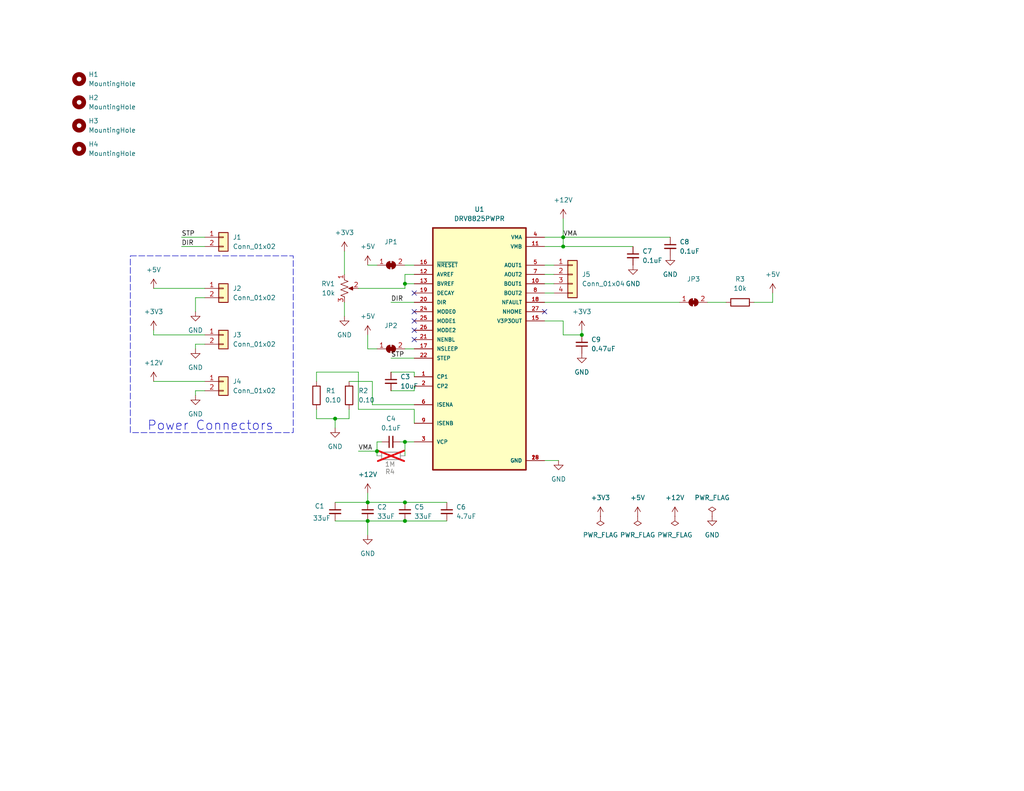
<source format=kicad_sch>
(kicad_sch (version 20231120) (generator "eeschema") (generator_version "8.0")
  (paper "USLetter")
  (title_block (title "Motor Driver") (date "2025-03-12") (rev "1.0") (company "ECE 445: Senior Capstone Project") (comment 1 "Designed By: Arash Amiri & Omkar Kulkarni"))
  (lib_symbols
    (symbol "Connector_Generic:Conn_01x02" (pin_names (offset 1.016) hide)
      (property "Reference" "J" (at 0 2.54 0))
      (property "Value" "Conn_01x02" (at 0 -5.08 0))
      (symbol "Conn_01x02_1_1"
        (rectangle (start -1.27 -2.413) (end 0 -2.667) (stroke (width 0.1524)))
        (rectangle (start -1.27 0.127) (end 0 -0.127) (stroke (width 0.1524)))
        (rectangle (start -1.27 1.27) (end 1.27 -3.81) (stroke (width 0.254)) (fill (type background)))
        (pin passive line (at -5.08 0 0) (length 3.81) (name "Pin_1") (number "1"))
        (pin passive line (at -5.08 -2.54 0) (length 3.81) (name "Pin_2") (number "2"))
      )
    )
    (symbol "Connector_Generic:Conn_01x04" (pin_names (offset 1.016) hide)
      (property "Reference" "J" (at 0 5.08 0))
      (property "Value" "Conn_01x04" (at 0 -7.62 0))
      (symbol "Conn_01x04_1_1"
        (rectangle (start -1.27 -4.953) (end 0 -5.207) (stroke (width 0.1524)))
        (rectangle (start -1.27 -2.413) (end 0 -2.667) (stroke (width 0.1524)))
        (rectangle (start -1.27 0.127) (end 0 -0.127) (stroke (width 0.1524)))
        (rectangle (start -1.27 2.667) (end 0 2.413) (stroke (width 0.1524)))
        (rectangle (start -1.27 3.81) (end 1.27 -6.35) (stroke (width 0.254)) (fill (type background)))
        (pin passive line (at -5.08 2.54 0) (length 3.81) (name "Pin_1") (number "1"))
        (pin passive line (at -5.08 0 0) (length 3.81) (name "Pin_2") (number "2"))
        (pin passive line (at -5.08 -2.54 0) (length 3.81) (name "Pin_3") (number "3"))
        (pin passive line (at -5.08 -5.08 0) (length 3.81) (name "Pin_4") (number "4"))
      )
    )
    (symbol "DRV8825PWPR:DRV8825PWPR" (pin_names (offset 1.016))
      (property "Reference" "U" (at -12.7 34.02 0))
      (property "Value" "DRV8825PWPR" (at -12.7 -37.02 0))
      (symbol "DRV8825PWPR_0_0"
        (rectangle (start -12.7 -33.02) (end 12.7 33.02) (stroke (width 0.41)) (fill (type background)))
        (pin bidirectional line (at -17.78 -7.62 0) (length 5.08) (name "CP1") (number "1"))
        (pin output line (at 17.78 17.78 180) (length 5.08) (name "BOUT1") (number "10"))
        (pin power_in line (at 17.78 27.94 180) (length 5.08) (name "VMB") (number "11"))
        (pin input line (at -17.78 20.32 0) (length 5.08) (name "AVREF") (number "12"))
        (pin input line (at -17.78 17.78 0) (length 5.08) (name "BVREF") (number "13"))
        (pin power_in line (at 17.78 -30.48 180) (length 5.08) (name "GND") (number "14"))
        (pin output line (at 17.78 7.62 180) (length 5.08) (name "V3P3OUT") (number "15"))
        (pin input line (at -17.78 22.86 0) (length 5.08) (name "~{NRESET}") (number "16"))
        (pin input line (at -17.78 0 0) (length 5.08) (name "NSLEEP") (number "17"))
        (pin output line (at 17.78 12.7 180) (length 5.08) (name "NFAULT") (number "18"))
        (pin input line (at -17.78 15.24 0) (length 5.08) (name "DECAY") (number "19"))
        (pin bidirectional line (at -17.78 -10.16 0) (length 5.08) (name "CP2") (number "2"))
        (pin input line (at -17.78 12.7 0) (length 5.08) (name "DIR") (number "20"))
        (pin input line (at -17.78 2.54 0) (length 5.08) (name "NENBL") (number "21"))
        (pin input line (at -17.78 -2.54 0) (length 5.08) (name "STEP") (number "22"))
        (pin input line (at -17.78 10.16 0) (length 5.08) (name "MODE0") (number "24"))
        (pin input line (at -17.78 7.62 0) (length 5.08) (name "MODE1") (number "25"))
        (pin input line (at -17.78 5.08 0) (length 5.08) (name "MODE2") (number "26"))
        (pin output line (at 17.78 10.16 180) (length 5.08) (name "NHOME") (number "27"))
        (pin power_in line (at 17.78 -30.48 180) (length 5.08) (name "GND") (number "28"))
        (pin bidirectional line (at -17.78 -25.4 0) (length 5.08) (name "VCP") (number "3"))
        (pin power_in line (at 17.78 30.48 180) (length 5.08) (name "VMA") (number "4"))
        (pin output line (at 17.78 22.86 180) (length 5.08) (name "AOUT1") (number "5"))
        (pin bidirectional line (at -17.78 -15.24 0) (length 5.08) (name "ISENA") (number "6"))
        (pin output line (at 17.78 20.32 180) (length 5.08) (name "AOUT2") (number "7"))
        (pin output line (at 17.78 15.24 180) (length 5.08) (name "BOUT2") (number "8"))
        (pin bidirectional line (at -17.78 -20.32 0) (length 5.08) (name "ISENB") (number "9"))
      )
    )
    (symbol "Device:R_Potentiometer_US" (pin_names (offset 1.016) hide)
      (property "Reference" "RV" (at -4.445 0 90))
      (property "Value" "R_Potentiometer_US" (at -2.54 0 90))
      (symbol "R_Potentiometer_US_0_1"
        (polyline (pts (xy 0 -2.286) (xy 0 -2.54)))
        (polyline (pts (xy 0 2.54) (xy 0 2.286)))
        (polyline (pts (xy 2.54 0) (xy 1.524 0)))
        (polyline (pts (xy 1.143 0) (xy 2.286 0.508) (xy 2.286 -0.508) (xy 1.143 0)) (fill (type outline)))
        (polyline (pts (xy 0 -0.762) (xy 1.016 -1.143) (xy 0 -1.524) (xy -1.016 -1.905) (xy 0 -2.286)))
        (polyline (pts (xy 0 0.762) (xy 1.016 0.381) (xy 0 0) (xy -1.016 -0.381) (xy 0 -0.762)))
        (polyline (pts (xy 0 2.286) (xy 1.016 1.905) (xy 0 1.524) (xy -1.016 1.143) (xy 0 0.762)))
      )
      (symbol "R_Potentiometer_US_1_1"
        (pin passive line (at 0 3.81 270) (length 1.27) (name "1") (number "1"))
        (pin passive line (at 3.81 0 180) (length 1.27) (name "2") (number "2"))
        (pin passive line (at 0 -3.81 90) (length 1.27) (name "3") (number "3"))
      )
    )
    (symbol "Jumper:SolderJumper_2_Bridged" (pin_names (offset 0) hide)
      (property "Reference" "JP" (at 0 2.032 0))
      (property "Value" "SolderJumper_2_Bridged" (at 0 -2.54 0))
      (symbol "SolderJumper_2_Bridged_0_1"
        (rectangle (start -0.508 0.508) (end 0.508 -0.508) (fill (type outline)))
        (arc (start -0.254 1.016) (mid -1.2655 0) (end -0.254 -1.016))
        (arc (start -0.254 1.016) (mid -1.2655 0) (end -0.254 -1.016) (fill (type outline)))
        (polyline (pts (xy -0.254 1.016) (xy -0.254 -1.016)))
        (polyline (pts (xy 0.254 1.016) (xy 0.254 -1.016)))
        (arc (start 0.254 -1.016) (mid 1.2655 0) (end 0.254 1.016))
        (arc (start 0.254 -1.016) (mid 1.2655 0) (end 0.254 1.016) (fill (type outline)))
      )
      (symbol "SolderJumper_2_Bridged_1_1"
        (pin passive line (at -3.81 0 0) (length 2.54) (name "A") (number "1"))
        (pin passive line (at 3.81 0 180) (length 2.54) (name "B") (number "2"))
      )
    )
    (symbol "Mechanical:MountingHole" (pin_names (offset 1.016))
      (property "Reference" "H" (at 0 5.08 0))
      (property "Value" "MountingHole" (at 0 3.175 0))
      (symbol "MountingHole_0_1"
        (circle (center 0 0) (radius 1.27) (stroke (width 1.27)))
      )
    )
    (symbol "device:C_Small" (pin_numbers hide) (pin_names (offset 0.254) hide)
      (property "Reference" "C" (at 0.254 1.778 0))
      (property "Value" "C_Small" (at 0.254 -2.032 0))
      (symbol "C_Small_0_1"
        (polyline (pts (xy -1.524 -0.508) (xy 1.524 -0.508)) (stroke (width 0.3302)))
        (polyline (pts (xy -1.524 0.508) (xy 1.524 0.508)) (stroke (width 0.3048)))
      )
      (symbol "C_Small_1_1"
        (pin passive line (at 0 2.54 270) (length 2.032) (name "~") (number "1"))
        (pin passive line (at 0 -2.54 90) (length 2.032) (name "~") (number "2"))
      )
    )
    (symbol "device:R" (pin_numbers hide) (pin_names (offset 0))
      (property "Reference" "R" (at 2.032 0 90))
      (property "Value" "R" (at 0 0 90))
      (symbol "R_0_1"
        (rectangle (start -1.016 -2.54) (end 1.016 2.54) (stroke (width 0.254)))
      )
      (symbol "R_1_1"
        (pin passive line (at 0 3.81 270) (length 1.27) (name "~") (number "1"))
        (pin passive line (at 0 -3.81 90) (length 1.27) (name "~") (number "2"))
      )
    )
    (symbol "power:+12V" (power) (pin_names (offset 0))
      (property "Value" "+12V" (at 0 3.556 0))
      (symbol "+12V_0_1"
        (polyline (pts (xy -0.762 1.27) (xy 0 2.54)))
        (polyline (pts (xy 0 0) (xy 0 2.54)))
        (polyline (pts (xy 0 2.54) (xy 0.762 1.27)))
      )
      (symbol "+12V_1_1"
        (pin power_in line (at 0 0 90) (length 0) hide (name "+12V") (number "1"))
      )
    )
    (symbol "power:+3V3" (power) (pin_names (offset 0))
      (property "Value" "+3V3" (at 0 3.556 0))
      (symbol "+3V3_0_1"
        (polyline (pts (xy -0.762 1.27) (xy 0 2.54)))
        (polyline (pts (xy 0 0) (xy 0 2.54)))
        (polyline (pts (xy 0 2.54) (xy 0.762 1.27)))
      )
      (symbol "+3V3_1_1"
        (pin power_in line (at 0 0 90) (length 0) hide (name "+3V3") (number "1"))
      )
    )
    (symbol "power:+5V" (power) (pin_names (offset 0))
      (property "Value" "+5V" (at 0 3.556 0))
      (symbol "+5V_0_1"
        (polyline (pts (xy -0.762 1.27) (xy 0 2.54)))
        (polyline (pts (xy 0 0) (xy 0 2.54)))
        (polyline (pts (xy 0 2.54) (xy 0.762 1.27)))
      )
      (symbol "+5V_1_1"
        (pin power_in line (at 0 0 90) (length 0) hide (name "+5V") (number "1"))
      )
    )
    (symbol "power:GND" (power) (pin_names (offset 0))
      (property "Value" "GND" (at 0 -3.81 0))
      (symbol "GND_0_1"
        (polyline (pts (xy 0 0) (xy 0 -1.27) (xy 1.27 -1.27) (xy 0 -2.54) (xy -1.27 -1.27) (xy 0 -1.27)))
      )
      (symbol "GND_1_1"
        (pin power_in line (at 0 0 270) (length 0) hide (name "GND") (number "1"))
      )
    )
    (symbol "power:PWR_FLAG" (power) (pin_numbers hide) (pin_names (offset 0) hide)
      (property "Value" "PWR_FLAG" (at 0 3.81 0))
      (symbol "PWR_FLAG_0_0"
        (pin power_out line (at 0 0 90) (length 0) (name "pwr") (number "1"))
      )
      (symbol "PWR_FLAG_0_1"
        (polyline (pts (xy 0 0) (xy 0 1.27) (xy -1.016 1.905) (xy 0 2.54) (xy 1.016 1.905) (xy 0 1.27)))
      )
    )
  )
  (junction (at 110.49 77.47))
  (junction (at 110.49 137.16))
  (junction (at 100.33 142.24))
  (junction (at 158.75 91.44))
  (junction (at 110.49 142.24))
  (junction (at 102.87 123.19))
  (junction (at 91.44 114.3))
  (junction (at 100.33 137.16))
  (junction (at 110.49 120.65))
  (junction (at 153.67 64.77))
  (junction (at 153.67 67.31))
  (no_connect (at 113.03 87.63))
  (no_connect (at 113.03 80.01))
  (no_connect (at 113.03 85.09))
  (no_connect (at 113.03 90.17))
  (no_connect (at 148.59 85.09))
  (no_connect (at 113.03 92.71))
  (wire (pts (xy 106.68 101.6) (xy 113.03 101.6)))
  (wire (pts (xy 100.33 142.24) (xy 100.33 146.05)))
  (wire (pts (xy 148.59 64.77) (xy 153.67 64.77)))
  (wire (pts (xy 148.59 80.01) (xy 151.13 80.01)))
  (wire (pts (xy 110.49 120.65) (xy 113.03 120.65)))
  (wire (pts (xy 49.53 64.77) (xy 55.88 64.77)))
  (wire (pts (xy 97.79 111.76) (xy 97.79 101.6)))
  (wire (pts (xy 148.59 87.63) (xy 153.67 87.63)))
  (wire (pts (xy 91.44 114.3) (xy 91.44 116.84)))
  (wire (pts (xy 53.34 93.98) (xy 53.34 95.25)))
  (wire (pts (xy 148.59 82.55) (xy 185.42 82.55)))
  (wire (pts (xy 158.75 90.17) (xy 158.75 91.44)))
  (wire (pts (xy 110.49 142.24) (xy 121.92 142.24)))
  (wire (pts (xy 148.59 67.31) (xy 153.67 67.31)))
  (wire (pts (xy 110.49 95.25) (xy 113.03 95.25)))
  (wire (pts (xy 153.67 67.31) (xy 153.67 64.77)))
  (wire (pts (xy 193.04 82.55) (xy 198.12 82.55)))
  (wire (pts (xy 113.03 110.49) (xy 101.6 110.49)))
  (wire (pts (xy 110.49 74.93) (xy 110.49 77.47)))
  (wire (pts (xy 153.67 87.63) (xy 153.67 91.44)))
  (wire (pts (xy 153.67 59.69) (xy 153.67 64.77)))
  (wire (pts (xy 113.03 105.41) (xy 113.03 106.68)))
  (wire (pts (xy 102.87 123.19) (xy 102.87 120.65)))
  (wire (pts (xy 110.49 72.39) (xy 113.03 72.39)))
  (wire (pts (xy 113.03 106.68) (xy 106.68 106.68)))
  (wire (pts (xy 109.22 120.65) (xy 110.49 120.65)))
  (wire (pts (xy 110.49 78.74) (xy 110.49 77.47)))
  (wire (pts (xy 102.87 123.19) (xy 102.87 124.46)))
  (wire (pts (xy 55.88 93.98) (xy 53.34 93.98)))
  (wire (pts (xy 100.33 134.62) (xy 100.33 137.16)))
  (wire (pts (xy 86.36 101.6) (xy 86.36 104.14)))
  (wire (pts (xy 153.67 91.44) (xy 158.75 91.44)))
  (wire (pts (xy 93.98 82.55) (xy 93.98 86.36)))
  (wire (pts (xy 100.33 72.39) (xy 102.87 72.39)))
  (wire (pts (xy 97.79 101.6) (xy 86.36 101.6)))
  (wire (pts (xy 86.36 114.3) (xy 91.44 114.3)))
  (wire (pts (xy 95.25 111.76) (xy 95.25 114.3)))
  (wire (pts (xy 148.59 74.93) (xy 151.13 74.93)))
  (wire (pts (xy 148.59 72.39) (xy 151.13 72.39)))
  (wire (pts (xy 106.68 82.55) (xy 113.03 82.55)))
  (wire (pts (xy 101.6 104.14) (xy 95.25 104.14)))
  (wire (pts (xy 91.44 114.3) (xy 95.25 114.3)))
  (wire (pts (xy 104.14 120.65) (xy 102.87 120.65)))
  (wire (pts (xy 55.88 91.44) (xy 41.91 91.44)))
  (wire (pts (xy 110.49 77.47) (xy 113.03 77.47)))
  (wire (pts (xy 93.98 74.93) (xy 93.98 68.58)))
  (wire (pts (xy 101.6 110.49) (xy 101.6 104.14)))
  (wire (pts (xy 110.49 120.65) (xy 110.49 124.46)))
  (wire (pts (xy 148.59 125.73) (xy 152.4 125.73)))
  (wire (pts (xy 106.68 97.79) (xy 113.03 97.79)))
  (wire (pts (xy 53.34 106.68) (xy 53.34 107.95)))
  (wire (pts (xy 113.03 111.76) (xy 97.79 111.76)))
  (wire (pts (xy 91.44 142.24) (xy 100.33 142.24)))
  (wire (pts (xy 97.79 78.74) (xy 110.49 78.74)))
  (wire (pts (xy 41.91 91.44) (xy 41.91 90.17)))
  (wire (pts (xy 100.33 95.25) (xy 102.87 95.25)))
  (wire (pts (xy 153.67 64.77) (xy 182.88 64.77)))
  (wire (pts (xy 53.34 81.28) (xy 53.34 85.09)))
  (wire (pts (xy 49.53 67.31) (xy 55.88 67.31)))
  (wire (pts (xy 148.59 77.47) (xy 151.13 77.47)))
  (wire (pts (xy 153.67 67.31) (xy 172.72 67.31)))
  (wire (pts (xy 41.91 78.74) (xy 55.88 78.74)))
  (wire (pts (xy 110.49 137.16) (xy 121.92 137.16)))
  (wire (pts (xy 100.33 142.24) (xy 110.49 142.24)))
  (wire (pts (xy 205.74 82.55) (xy 210.82 82.55)))
  (wire (pts (xy 55.88 81.28) (xy 53.34 81.28)))
  (wire (pts (xy 86.36 114.3) (xy 86.36 111.76)))
  (wire (pts (xy 91.44 137.16) (xy 100.33 137.16)))
  (wire (pts (xy 41.91 104.14) (xy 55.88 104.14)))
  (wire (pts (xy 102.87 123.19) (xy 97.79 123.19)))
  (wire (pts (xy 55.88 106.68) (xy 53.34 106.68)))
  (wire (pts (xy 100.33 137.16) (xy 110.49 137.16)))
  (wire (pts (xy 100.33 95.25) (xy 100.33 91.44)))
  (wire (pts (xy 113.03 74.93) (xy 110.49 74.93)))
  (wire (pts (xy 113.03 115.57) (xy 113.03 111.76)))
  (wire (pts (xy 210.82 82.55) (xy 210.82 80.01)))
  (wire (pts (xy 113.03 101.6) (xy 113.03 102.87)))
  (rectangle (start 35.56 69.85) (end 80.01 118.11) (stroke (width 0) (type dash)))
  (text "Power Connectors\n" (at 57.404 116.332 0) (effects (font (size 2.54 2.54))))
  (label "DIR" (at 49.53 67.31 0))
  (label "VMA" (at 97.79 123.19 0))
  (label "STP" (at 49.53 64.77 0))
  (label "STP" (at 106.68 97.79 0))
  (label "DIR" (at 106.68 82.55 0))
  (label "VMA" (at 153.67 64.77 0))
  (symbol (lib_id "power:GND") (at 182.88 69.85 0) (unit 1)
    (property "Reference" "#PWR022" (effects (hide yes)))
    (property "Value" "GND" (at 182.88 74.93 0))
    (property "Description" "Power symbol creates a global label with name \"GND\" , ground" (effects (hide yes)))
  )
  (symbol (lib_id "power:+3V3") (at 163.83 140.97 0) (unit 1)
    (property "Reference" "#PWR016" (effects (hide yes)))
    (property "Value" "+3V3" (at 163.83 135.89 0))
    (property "Description" "Power symbol creates a global label with name \"+3V3\"" (effects (hide yes)))
  )
  (symbol (lib_id "power:PWR_FLAG") (at 163.83 140.97 180) (unit 1)
    (property "Reference" "#FLG01" (effects (hide yes)))
    (property "Value" "PWR_FLAG" (at 163.83 146.05 0))
    (property "Description" "Special symbol for telling ERC where power comes from" (effects (hide yes)))
  )
  (symbol (lib_id "power:PWR_FLAG") (at 173.99 140.97 180) (unit 1)
    (property "Reference" "#FLG02" (effects (hide yes)))
    (property "Value" "PWR_FLAG" (at 173.99 146.05 0))
    (property "Description" "Special symbol for telling ERC where power comes from" (effects (hide yes)))
  )
  (symbol (lib_id "power:+5V") (at 100.33 72.39 0) (unit 1)
    (property "Reference" "#PWR024" (effects (hide yes)))
    (property "Value" "+5V" (at 100.33 67.31 0))
    (property "Description" "Power symbol creates a global label with name \"+5V\"" (effects (hide yes)))
  )
  (symbol (lib_id "Mechanical:MountingHole") (at 21.59 40.64 0) (unit 1)
    (property "Reference" "H4" (at 24.13 39.3699 0) (effects (justify left)))
    (property "Value" "MountingHole" (at 24.13 41.9099 0) (effects (justify left)))
    (property "Footprint" "MountingHole:MountingHole_3.2mm_M3" (effects (hide yes)))
    (property "Description" "Mounting Hole without connection" (effects (hide yes)))
  )
  (symbol (lib_id "device:R") (at 86.36 107.95 0) (unit 1)
    (property "Reference" "R1" (at 88.9 106.6799 0) (effects (justify left)))
    (property "Value" "0.10" (at 88.646 109.22 0) (effects (justify left)))
    (property "Footprint" "Resistor_SMD:R_1206_3216Metric" (effects (hide yes)))
    (property "Description" "Resistor" (effects (hide yes)))
  )
  (symbol (lib_id "Connector_Generic:Conn_01x02") (at 60.96 91.44 0) (unit 1)
    (property "Reference" "J3" (at 63.5 91.4399 0) (effects (justify left)))
    (property "Value" "Conn_01x02" (at 63.5 93.9799 0) (effects (justify left)))
    (property "Footprint" "Connector_Molex:Molex_KK-254_AE-6410-02A_1x02_P2.54mm_Vertical" (effects (hide yes)))
    (property "Description" "Generic connector, single row, 01x02, script generated (kicad-library-utils/schlib/autogen/connector/)" (effects (hide yes)))
  )
  (symbol (lib_id "power:GND") (at 158.75 96.52 0) (unit 1)
    (property "Reference" "#PWR014" (effects (hide yes)))
    (property "Value" "GND" (at 158.75 101.6 0))
    (property "Description" "Power symbol creates a global label with name \"GND\" , ground" (effects (hide yes)))
  )
  (symbol (lib_id "Connector_Generic:Conn_01x04") (at 156.21 74.93 0) (unit 1)
    (property "Reference" "J5" (at 158.75 74.9299 0) (effects (justify left)))
    (property "Value" "Conn_01x04" (at 158.75 77.4699 0) (effects (justify left)))
    (property "Footprint" "Connector_Molex:Molex_KK-254_AE-6410-04A_1x04_P2.54mm_Vertical" (effects (hide yes)))
    (property "Description" "Generic connector, single row, 01x04, script generated (kicad-library-utils/schlib/autogen/connector/)" (effects (hide yes)))
  )
  (symbol (lib_id "power:GND") (at 93.98 86.36 0) (unit 1)
    (property "Reference" "#PWR09" (effects (hide yes)))
    (property "Value" "GND" (at 93.98 91.44 0))
    (property "Description" "Power symbol creates a global label with name \"GND\" , ground" (effects (hide yes)))
  )
  (symbol (lib_id "power:+12V") (at 41.91 104.14 0) (unit 1)
    (property "Reference" "#PWR03" (effects (hide yes)))
    (property "Value" "+12V" (at 41.91 99.06 0))
    (property "Description" "Power symbol creates a global label with name \"+12V\"" (effects (hide yes)))
  )
  (symbol (lib_id "device:R") (at 106.68 124.46 270) (unit 1) (dnp yes)
    (property "Reference" "R4" (at 106.426 128.778 90))
    (property "Value" "1M" (at 106.426 126.746 90))
    (property "Footprint" "Resistor_SMD:R_0603_1608Metric" (effects (hide yes)))
    (property "Description" "Resistor" (effects (hide yes)))
  )
  (symbol (lib_id "device:C_Small") (at 121.92 139.7 0) (unit 1)
    (property "Reference" "C6" (at 124.46 138.4362 0) (effects (justify left)))
    (property "Value" "4.7uF" (at 124.46 140.9762 0) (effects (justify left)))
    (property "Footprint" "Capacitor_SMD:C_0603_1608Metric" (effects (hide yes)))
    (property "Description" "Unpolarized capacitor, small symbol" (effects (hide yes)))
  )
  (symbol (lib_id "power:GND") (at 172.72 72.39 0) (unit 1)
    (property "Reference" "#PWR021" (effects (hide yes)))
    (property "Value" "GND" (at 172.72 77.47 0))
    (property "Description" "Power symbol creates a global label with name \"GND\" , ground" (effects (hide yes)))
  )
  (symbol (lib_id "Device:R_Potentiometer_US") (at 93.98 78.74 0) (unit 1)
    (property "Reference" "RV1" (at 91.44 77.4699 0) (effects (justify right)))
    (property "Value" "10k" (at 91.44 80.0099 0) (effects (justify right)))
    (property "Footprint" "Capacitor_SMD:C_0805_2012Metric" (effects (hide yes)))
    (property "Description" "Potentiometer, US symbol" (effects (hide yes)))
  )
  (symbol (lib_id "power:GND") (at 53.34 95.25 0) (unit 1)
    (property "Reference" "#PWR04" (effects (hide yes)))
    (property "Value" "GND" (at 53.34 100.33 0))
    (property "Description" "Power symbol creates a global label with name \"GND\" , ground" (effects (hide yes)))
  )
  (symbol (lib_id "device:C_Small") (at 106.68 104.14 0) (unit 1)
    (property "Reference" "C3" (at 109.22 102.8762 0) (effects (justify left)))
    (property "Value" "10uF" (at 109.22 105.4162 0) (effects (justify left)))
    (property "Footprint" "Capacitor_SMD:C_0805_2012Metric" (effects (hide yes)))
    (property "Description" "Unpolarized capacitor, small symbol" (effects (hide yes)))
  )
  (symbol (lib_id "Connector_Generic:Conn_01x02") (at 60.96 64.77 0) (unit 1)
    (property "Reference" "J1" (at 63.5 64.7699 0) (effects (justify left)))
    (property "Value" "Conn_01x02" (at 63.5 67.3099 0) (effects (justify left)))
    (property "Footprint" "Connector_Molex:Molex_KK-254_AE-6410-02A_1x02_P2.54mm_Vertical" (effects (hide yes)))
    (property "Description" "Generic connector, single row, 01x02, script generated (kicad-library-utils/schlib/autogen/connector/)" (effects (hide yes)))
  )
  (symbol (lib_id "Jumper:SolderJumper_2_Bridged") (at 189.23 82.55 0) (unit 1)
    (property "Reference" "JP3" (at 189.23 76.2 0))
    (property "Value" "SolderJumper_2_Bridged" (effects (hide yes)))
    (property "Footprint" "Jumper:SolderJumper-2_P1.3mm_Bridged_RoundedPad1.0x1.5mm" (effects (hide yes)))
    (property "Description" "Solder Jumper, 2-pole, closed/bridged" (effects (hide yes)))
  )
  (symbol (lib_id "device:C_Small") (at 182.88 67.31 0) (unit 1)
    (property "Reference" "C8" (at 185.42 66.0462 0) (effects (justify left)))
    (property "Value" "0.1uF" (at 185.42 68.5862 0) (effects (justify left)))
    (property "Footprint" "Capacitor_SMD:C_0805_2012Metric" (effects (hide yes)))
    (property "Description" "Unpolarized capacitor, small symbol" (effects (hide yes)))
  )
  (symbol (lib_id "power:+12V") (at 184.15 140.97 0) (unit 1)
    (property "Reference" "#PWR018" (effects (hide yes)))
    (property "Value" "+12V" (at 184.15 135.89 0))
    (property "Description" "Power symbol creates a global label with name \"+12V\"" (effects (hide yes)))
  )
  (symbol (lib_id "power:+5V") (at 210.82 80.01 0) (unit 1)
    (property "Reference" "#PWR015" (effects (hide yes)))
    (property "Value" "+5V" (at 210.82 74.93 0))
    (property "Description" "Power symbol creates a global label with name \"+5V\"" (effects (hide yes)))
  )
  (symbol (lib_id "device:R") (at 95.25 107.95 0) (unit 1)
    (property "Reference" "R2" (at 97.79 106.6799 0) (effects (justify left)))
    (property "Value" "0.10" (at 97.79 109.2199 0) (effects (justify left)))
    (property "Footprint" "Resistor_SMD:R_1206_3216Metric" (effects (hide yes)))
    (property "Description" "Resistor" (effects (hide yes)))
  )
  (symbol (lib_id "power:+12V") (at 100.33 134.62 0) (unit 1)
    (property "Reference" "#PWR023" (effects (hide yes)))
    (property "Value" "+12V" (at 100.33 129.54 0))
    (property "Description" "Power symbol creates a global label with name \"+12V\"" (effects (hide yes)))
  )
  (symbol (lib_id "power:GND") (at 100.33 146.05 0) (unit 1)
    (property "Reference" "#PWR011" (effects (hide yes)))
    (property "Value" "GND" (at 100.33 151.13 0))
    (property "Description" "Power symbol creates a global label with name \"GND\" , ground" (effects (hide yes)))
  )
  (symbol (lib_id "Jumper:SolderJumper_2_Bridged") (at 106.68 95.25 0) (unit 1)
    (property "Reference" "JP2" (at 106.68 88.9 0))
    (property "Value" "SolderJumper_2_Bridged" (effects (hide yes)))
    (property "Footprint" "Jumper:SolderJumper-2_P1.3mm_Bridged_RoundedPad1.0x1.5mm" (effects (hide yes)))
    (property "Description" "Solder Jumper, 2-pole, closed/bridged" (effects (hide yes)))
  )
  (symbol (lib_id "DRV8825PWPR:DRV8825PWPR") (at 130.81 95.25 0) (unit 1)
    (property "Reference" "U1" (at 130.81 57.15 0))
    (property "Value" "DRV8825PWPR" (at 130.81 59.69 0))
    (property "Footprint" "DRV8825:IC_TPS61196PWPRQ1" (effects (hide yes)))
    (property "MF" "Texas Instruments" (effects (hide yes)))
    (property "Description_1" "\n                        \n                            45-V, 2.5-A bipolar stepper motor driver with current regulation and 1/32 microstepping  \n                        \n" (effects (hide yes)))
    (property "Package" "HTSSOP-28 Texas Instruments" (effects (hide yes)))
    (property "Price" "None" (effects (hide yes)))
    (property "SnapEDA_Link" "https://www.snapeda.com/parts/DRV8825PWPR/Texas+Instruments/view-part/?ref=snap" (effects (hide yes)))
    (property "MP" "DRV8825PWPR" (effects (hide yes)))
    (property "Availability" "In Stock" (effects (hide yes)))
    (property "Check_prices" "https://www.snapeda.com/parts/DRV8825PWPR/Texas+Instruments/view-part/?ref=eda" (effects (hide yes)))
  )
  (symbol (lib_id "power:+12V") (at 153.67 59.69 0) (unit 1)
    (property "Reference" "#PWR013" (effects (hide yes)))
    (property "Value" "+12V" (at 153.67 54.61 0))
    (property "Description" "Power symbol creates a global label with name \"+12V\"" (effects (hide yes)))
  )
  (symbol (lib_id "device:C_Small") (at 91.44 139.7 0) (unit 1)
    (property "Reference" "C1" (at 85.852 138.176 0) (effects (justify left)))
    (property "Value" "33uF" (at 85.344 141.478 0) (effects (justify left)))
    (property "Footprint" "Capacitor_SMD:C_0805_2012Metric" (effects (hide yes)))
    (property "Description" "Unpolarized capacitor, small symbol" (effects (hide yes)))
  )
  (symbol (lib_id "power:GND") (at 152.4 125.73 0) (unit 1)
    (property "Reference" "#PWR012" (effects (hide yes)))
    (property "Value" "GND" (at 152.4 130.81 0))
    (property "Description" "Power symbol creates a global label with name \"GND\" , ground" (effects (hide yes)))
  )
  (symbol (lib_id "Jumper:SolderJumper_2_Bridged") (at 106.68 72.39 0) (unit 1)
    (property "Reference" "JP1" (at 106.68 66.04 0))
    (property "Value" "SolderJumper_2_Bridged" (effects (hide yes)))
    (property "Footprint" "Jumper:SolderJumper-2_P1.3mm_Bridged_RoundedPad1.0x1.5mm" (effects (hide yes)))
    (property "Description" "Solder Jumper, 2-pole, closed/bridged" (effects (hide yes)))
  )
  (symbol (lib_id "power:+5V") (at 41.91 78.74 0) (unit 1)
    (property "Reference" "#PWR01" (effects (hide yes)))
    (property "Value" "+5V" (at 41.91 73.66 0))
    (property "Description" "Power symbol creates a global label with name \"+5V\"" (effects (hide yes)))
  )
  (symbol (lib_id "device:C_Small") (at 158.75 93.98 180) (unit 1)
    (property "Reference" "C9" (at 161.29 92.7035 0) (effects (justify right)))
    (property "Value" "0.47uF" (at 161.29 95.2435 0) (effects (justify right)))
    (property "Footprint" "Capacitor_SMD:C_0805_2012Metric" (effects (hide yes)))
    (property "Description" "Unpolarized capacitor, small symbol" (effects (hide yes)))
  )
  (symbol (lib_id "power:+3V3") (at 158.75 90.17 0) (unit 1)
    (property "Reference" "#PWR020" (effects (hide yes)))
    (property "Value" "+3V3" (at 158.75 85.09 0))
    (property "Description" "Power symbol creates a global label with name \"+3V3\"" (effects (hide yes)))
  )
  (symbol (lib_id "power:+5V") (at 100.33 91.44 0) (unit 1)
    (property "Reference" "#PWR010" (effects (hide yes)))
    (property "Value" "+5V" (at 100.33 86.36 0))
    (property "Description" "Power symbol creates a global label with name \"+5V\"" (effects (hide yes)))
  )
  (symbol (lib_id "power:+3V3") (at 41.91 90.17 0) (unit 1)
    (property "Reference" "#PWR02" (effects (hide yes)))
    (property "Value" "+3V3" (at 41.91 85.09 0))
    (property "Description" "Power symbol creates a global label with name \"+3V3\"" (effects (hide yes)))
  )
  (symbol (lib_id "power:GND") (at 53.34 85.09 0) (unit 1)
    (property "Reference" "#PWR05" (effects (hide yes)))
    (property "Value" "GND" (at 53.34 90.17 0))
    (property "Description" "Power symbol creates a global label with name \"GND\" , ground" (effects (hide yes)))
  )
  (symbol (lib_id "power:GND") (at 53.34 107.95 0) (unit 1)
    (property "Reference" "#PWR06" (effects (hide yes)))
    (property "Value" "GND" (at 53.34 113.03 0))
    (property "Description" "Power symbol creates a global label with name \"GND\" , ground" (effects (hide yes)))
  )
  (symbol (lib_id "Mechanical:MountingHole") (at 21.59 21.59 0) (unit 1)
    (property "Reference" "H1" (at 24.13 20.3199 0) (effects (justify left)))
    (property "Value" "MountingHole" (at 24.13 22.8599 0) (effects (justify left)))
    (property "Footprint" "MountingHole:MountingHole_3.2mm_M3" (effects (hide yes)))
    (property "Description" "Mounting Hole without connection" (effects (hide yes)))
  )
  (symbol (lib_id "power:PWR_FLAG") (at 184.15 140.97 180) (unit 1)
    (property "Reference" "#FLG03" (effects (hide yes)))
    (property "Value" "PWR_FLAG" (at 184.15 146.05 0))
    (property "Description" "Special symbol for telling ERC where power comes from" (effects (hide yes)))
  )
  (symbol (lib_id "Connector_Generic:Conn_01x02") (at 60.96 78.74 0) (unit 1)
    (property "Reference" "J2" (at 63.5 78.7399 0) (effects (justify left)))
    (property "Value" "Conn_01x02" (at 63.5 81.2799 0) (effects (justify left)))
    (property "Footprint" "Connector_Molex:Molex_KK-254_AE-6410-02A_1x02_P2.54mm_Vertical" (effects (hide yes)))
    (property "Description" "Generic connector, single row, 01x02, script generated (kicad-library-utils/schlib/autogen/connector/)" (effects (hide yes)))
  )
  (symbol (lib_id "device:C_Small") (at 106.68 120.65 90) (unit 1)
    (property "Reference" "C4" (at 106.6863 114.3 90))
    (property "Value" "0.1uF" (at 106.6863 116.84 90))
    (property "Footprint" "Capacitor_SMD:C_0805_2012Metric" (effects (hide yes)))
    (property "Description" "Unpolarized capacitor, small symbol" (effects (hide yes)))
  )
  (symbol (lib_id "Mechanical:MountingHole") (at 21.59 27.94 0) (unit 1)
    (property "Reference" "H2" (at 24.13 26.6699 0) (effects (justify left)))
    (property "Value" "MountingHole" (at 24.13 29.2099 0) (effects (justify left)))
    (property "Footprint" "MountingHole:MountingHole_3.2mm_M3" (effects (hide yes)))
    (property "Description" "Mounting Hole without connection" (effects (hide yes)))
  )
  (symbol (lib_id "power:GND") (at 91.44 116.84 0) (unit 1)
    (property "Reference" "#PWR07" (effects (hide yes)))
    (property "Value" "GND" (at 91.44 121.92 0))
    (property "Description" "Power symbol creates a global label with name \"GND\" , ground" (effects (hide yes)))
  )
  (symbol (lib_id "device:C_Small") (at 172.72 69.85 0) (unit 1)
    (property "Reference" "C7" (at 175.26 68.5862 0) (effects (justify left)))
    (property "Value" "0.1uF" (at 175.26 71.1262 0) (effects (justify left)))
    (property "Footprint" "Capacitor_SMD:C_0805_2012Metric" (effects (hide yes)))
    (property "Description" "Unpolarized capacitor, small symbol" (effects (hide yes)))
  )
  (symbol (lib_id "device:C_Small") (at 100.33 139.7 0) (unit 1)
    (property "Reference" "C2" (at 102.87 138.4362 0) (effects (justify left)))
    (property "Value" "33uF" (at 102.87 140.9762 0) (effects (justify left)))
    (property "Footprint" "Capacitor_SMD:C_0805_2012Metric" (effects (hide yes)))
    (property "Description" "Unpolarized capacitor, small symbol" (effects (hide yes)))
  )
  (symbol (lib_id "power:+3V3") (at 93.98 68.58 0) (unit 1)
    (property "Reference" "#PWR08" (effects (hide yes)))
    (property "Value" "+3V3" (at 93.98 63.5 0))
    (property "Description" "Power symbol creates a global label with name \"+3V3\"" (effects (hide yes)))
  )
  (symbol (lib_id "power:+5V") (at 173.99 140.97 0) (unit 1)
    (property "Reference" "#PWR019" (effects (hide yes)))
    (property "Value" "+5V" (at 173.99 135.89 0))
    (property "Description" "Power symbol creates a global label with name \"+5V\"" (effects (hide yes)))
  )
  (symbol (lib_id "Connector_Generic:Conn_01x02") (at 60.96 104.14 0) (unit 1)
    (property "Reference" "J4" (at 63.5 104.1399 0) (effects (justify left)))
    (property "Value" "Conn_01x02" (at 63.5 106.6799 0) (effects (justify left)))
    (property "Footprint" "Connector_Molex:Molex_KK-254_AE-6410-02A_1x02_P2.54mm_Vertical" (effects (hide yes)))
    (property "Description" "Generic connector, single row, 01x02, script generated (kicad-library-utils/schlib/autogen/connector/)" (effects (hide yes)))
  )
  (symbol (lib_id "power:PWR_FLAG") (at 194.31 140.97 0) (unit 1)
    (property "Reference" "#FLG04" (effects (hide yes)))
    (property "Value" "PWR_FLAG" (at 194.31 135.89 0))
    (property "Description" "Special symbol for telling ERC where power comes from" (effects (hide yes)))
  )
  (symbol (lib_id "device:C_Small") (at 110.49 139.7 0) (unit 1)
    (property "Reference" "C5" (at 113.03 138.4362 0) (effects (justify left)))
    (property "Value" "33uF" (at 113.03 140.9762 0) (effects (justify left)))
    (property "Footprint" "Capacitor_SMD:C_0805_2012Metric" (effects (hide yes)))
    (property "Description" "Unpolarized capacitor, small symbol" (effects (hide yes)))
  )
  (symbol (lib_id "Mechanical:MountingHole") (at 21.59 34.29 0) (unit 1)
    (property "Reference" "H3" (at 24.13 33.0199 0) (effects (justify left)))
    (property "Value" "MountingHole" (at 24.13 35.5599 0) (effects (justify left)))
    (property "Footprint" "MountingHole:MountingHole_3.2mm_M3" (effects (hide yes)))
    (property "Description" "Mounting Hole without connection" (effects (hide yes)))
  )
  (symbol (lib_id "device:R") (at 201.93 82.55 90) (unit 1)
    (property "Reference" "R3" (at 201.93 76.2 90))
    (property "Value" "10k" (at 201.93 78.74 90))
    (property "Footprint" "Capacitor_SMD:C_0805_2012Metric" (effects (hide yes)))
    (property "Description" "Resistor" (effects (hide yes)))
  )
  (symbol (lib_id "power:GND") (at 194.31 140.97 0) (unit 1)
    (property "Reference" "#PWR017" (effects (hide yes)))
    (property "Value" "GND" (at 194.31 146.05 0))
    (property "Description" "Power symbol creates a global label with name \"GND\" , ground" (effects (hide yes)))
  )
)
</source>
